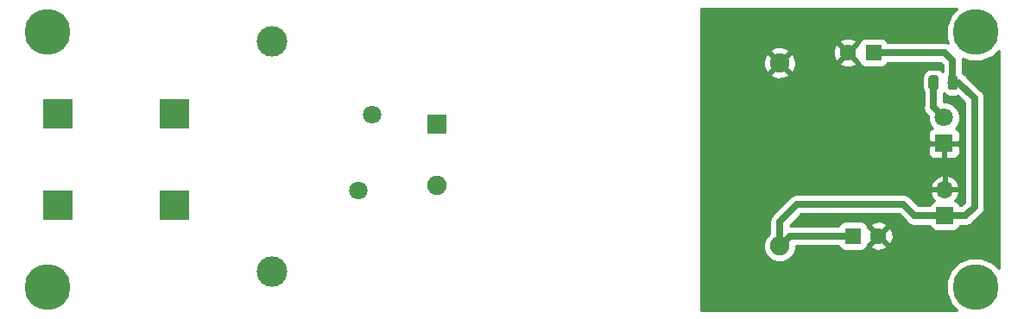
<source format=gbr>
G04 #@! TF.GenerationSoftware,KiCad,Pcbnew,(5.0.1)-3*
G04 #@! TF.CreationDate,2021-03-31T10:43:35+05:45*
G04 #@! TF.ProjectId,Power,506F7765722E6B696361645F70636200,rev?*
G04 #@! TF.SameCoordinates,Original*
G04 #@! TF.FileFunction,Copper,L1,Top,Signal*
G04 #@! TF.FilePolarity,Positive*
%FSLAX46Y46*%
G04 Gerber Fmt 4.6, Leading zero omitted, Abs format (unit mm)*
G04 Created by KiCad (PCBNEW (5.0.1)-3) date 3/31/2021 10:43:35 AM*
%MOMM*%
%LPD*%
G01*
G04 APERTURE LIST*
G04 #@! TA.AperFunction,WasherPad*
%ADD10C,4.500000*%
G04 #@! TD*
G04 #@! TA.AperFunction,ComponentPad*
%ADD11C,3.000000*%
G04 #@! TD*
G04 #@! TA.AperFunction,Conductor*
%ADD12C,0.100000*%
G04 #@! TD*
G04 #@! TA.AperFunction,SMDPad,CuDef*
%ADD13C,0.975000*%
G04 #@! TD*
G04 #@! TA.AperFunction,ComponentPad*
%ADD14R,1.700000X1.700000*%
G04 #@! TD*
G04 #@! TA.AperFunction,ComponentPad*
%ADD15O,1.700000X1.700000*%
G04 #@! TD*
G04 #@! TA.AperFunction,ComponentPad*
%ADD16R,1.800000X1.800000*%
G04 #@! TD*
G04 #@! TA.AperFunction,ComponentPad*
%ADD17C,1.800000*%
G04 #@! TD*
G04 #@! TA.AperFunction,ComponentPad*
%ADD18R,1.900000X1.900000*%
G04 #@! TD*
G04 #@! TA.AperFunction,ComponentPad*
%ADD19C,1.900000*%
G04 #@! TD*
G04 #@! TA.AperFunction,ComponentPad*
%ADD20R,3.000000X3.000000*%
G04 #@! TD*
G04 #@! TA.AperFunction,ComponentPad*
%ADD21C,1.600000*%
G04 #@! TD*
G04 #@! TA.AperFunction,ComponentPad*
%ADD22R,1.600000X1.600000*%
G04 #@! TD*
G04 #@! TA.AperFunction,Conductor*
%ADD23C,0.700000*%
G04 #@! TD*
G04 #@! TA.AperFunction,Conductor*
%ADD24C,0.254000*%
G04 #@! TD*
G04 APERTURE END LIST*
D10*
G04 #@! TO.P,MH2,*
G04 #@! TO.N,*
X148000000Y-68000000D03*
G04 #@! TD*
G04 #@! TO.P,MH2,*
G04 #@! TO.N,*
X239000000Y-68000000D03*
G04 #@! TD*
G04 #@! TO.P,MH2,*
G04 #@! TO.N,*
X239000000Y-43000000D03*
G04 #@! TD*
D11*
G04 #@! TO.P,F1,1*
G04 #@! TO.N,Net-(F1-Pad1)*
X170000000Y-66500000D03*
G04 #@! TO.P,F1,2*
G04 #@! TO.N,Net-(F1-Pad2)*
X170000000Y-43900000D03*
G04 #@! TD*
D12*
G04 #@! TO.N,Net-(D1-Pad2)*
G04 #@! TO.C,R1*
G36*
X235170142Y-47231174D02*
X235193803Y-47234684D01*
X235217007Y-47240496D01*
X235239529Y-47248554D01*
X235261153Y-47258782D01*
X235281670Y-47271079D01*
X235300883Y-47285329D01*
X235318607Y-47301393D01*
X235334671Y-47319117D01*
X235348921Y-47338330D01*
X235361218Y-47358847D01*
X235371446Y-47380471D01*
X235379504Y-47402993D01*
X235385316Y-47426197D01*
X235388826Y-47449858D01*
X235390000Y-47473750D01*
X235390000Y-48386250D01*
X235388826Y-48410142D01*
X235385316Y-48433803D01*
X235379504Y-48457007D01*
X235371446Y-48479529D01*
X235361218Y-48501153D01*
X235348921Y-48521670D01*
X235334671Y-48540883D01*
X235318607Y-48558607D01*
X235300883Y-48574671D01*
X235281670Y-48588921D01*
X235261153Y-48601218D01*
X235239529Y-48611446D01*
X235217007Y-48619504D01*
X235193803Y-48625316D01*
X235170142Y-48628826D01*
X235146250Y-48630000D01*
X234658750Y-48630000D01*
X234634858Y-48628826D01*
X234611197Y-48625316D01*
X234587993Y-48619504D01*
X234565471Y-48611446D01*
X234543847Y-48601218D01*
X234523330Y-48588921D01*
X234504117Y-48574671D01*
X234486393Y-48558607D01*
X234470329Y-48540883D01*
X234456079Y-48521670D01*
X234443782Y-48501153D01*
X234433554Y-48479529D01*
X234425496Y-48457007D01*
X234419684Y-48433803D01*
X234416174Y-48410142D01*
X234415000Y-48386250D01*
X234415000Y-47473750D01*
X234416174Y-47449858D01*
X234419684Y-47426197D01*
X234425496Y-47402993D01*
X234433554Y-47380471D01*
X234443782Y-47358847D01*
X234456079Y-47338330D01*
X234470329Y-47319117D01*
X234486393Y-47301393D01*
X234504117Y-47285329D01*
X234523330Y-47271079D01*
X234543847Y-47258782D01*
X234565471Y-47248554D01*
X234587993Y-47240496D01*
X234611197Y-47234684D01*
X234634858Y-47231174D01*
X234658750Y-47230000D01*
X235146250Y-47230000D01*
X235170142Y-47231174D01*
X235170142Y-47231174D01*
G37*
D13*
G04 #@! TD*
G04 #@! TO.P,R1,1*
G04 #@! TO.N,Net-(D1-Pad2)*
X234902500Y-47930000D03*
D12*
G04 #@! TO.N,5V*
G04 #@! TO.C,R1*
G36*
X237045142Y-47231174D02*
X237068803Y-47234684D01*
X237092007Y-47240496D01*
X237114529Y-47248554D01*
X237136153Y-47258782D01*
X237156670Y-47271079D01*
X237175883Y-47285329D01*
X237193607Y-47301393D01*
X237209671Y-47319117D01*
X237223921Y-47338330D01*
X237236218Y-47358847D01*
X237246446Y-47380471D01*
X237254504Y-47402993D01*
X237260316Y-47426197D01*
X237263826Y-47449858D01*
X237265000Y-47473750D01*
X237265000Y-48386250D01*
X237263826Y-48410142D01*
X237260316Y-48433803D01*
X237254504Y-48457007D01*
X237246446Y-48479529D01*
X237236218Y-48501153D01*
X237223921Y-48521670D01*
X237209671Y-48540883D01*
X237193607Y-48558607D01*
X237175883Y-48574671D01*
X237156670Y-48588921D01*
X237136153Y-48601218D01*
X237114529Y-48611446D01*
X237092007Y-48619504D01*
X237068803Y-48625316D01*
X237045142Y-48628826D01*
X237021250Y-48630000D01*
X236533750Y-48630000D01*
X236509858Y-48628826D01*
X236486197Y-48625316D01*
X236462993Y-48619504D01*
X236440471Y-48611446D01*
X236418847Y-48601218D01*
X236398330Y-48588921D01*
X236379117Y-48574671D01*
X236361393Y-48558607D01*
X236345329Y-48540883D01*
X236331079Y-48521670D01*
X236318782Y-48501153D01*
X236308554Y-48479529D01*
X236300496Y-48457007D01*
X236294684Y-48433803D01*
X236291174Y-48410142D01*
X236290000Y-48386250D01*
X236290000Y-47473750D01*
X236291174Y-47449858D01*
X236294684Y-47426197D01*
X236300496Y-47402993D01*
X236308554Y-47380471D01*
X236318782Y-47358847D01*
X236331079Y-47338330D01*
X236345329Y-47319117D01*
X236361393Y-47301393D01*
X236379117Y-47285329D01*
X236398330Y-47271079D01*
X236418847Y-47258782D01*
X236440471Y-47248554D01*
X236462993Y-47240496D01*
X236486197Y-47234684D01*
X236509858Y-47231174D01*
X236533750Y-47230000D01*
X237021250Y-47230000D01*
X237045142Y-47231174D01*
X237045142Y-47231174D01*
G37*
D13*
G04 #@! TD*
G04 #@! TO.P,R1,2*
G04 #@! TO.N,5V*
X236777500Y-47930000D03*
D14*
G04 #@! TO.P,J1,1*
G04 #@! TO.N,5V*
X236000000Y-61000000D03*
D15*
G04 #@! TO.P,J1,2*
G04 #@! TO.N,GND*
X236000000Y-58460000D03*
G04 #@! TD*
D16*
G04 #@! TO.P,D1,1*
G04 #@! TO.N,GND*
X235930000Y-53920000D03*
D17*
G04 #@! TO.P,D1,2*
G04 #@! TO.N,Net-(D1-Pad2)*
X235930000Y-51380000D03*
G04 #@! TD*
D10*
G04 #@! TO.P,MH1,*
G04 #@! TO.N,*
X148000000Y-43000000D03*
G04 #@! TD*
D18*
G04 #@! TO.P,PS1,1*
G04 #@! TO.N,Net-(J2-Pad1)*
X186200000Y-52000000D03*
D19*
G04 #@! TO.P,PS1,2*
G04 #@! TO.N,Net-(F1-Pad1)*
X186200000Y-58000000D03*
G04 #@! TO.P,PS1,3*
G04 #@! TO.N,GND*
X219800000Y-46000000D03*
G04 #@! TO.P,PS1,4*
G04 #@! TO.N,5V*
X219800000Y-64000000D03*
G04 #@! TD*
D20*
G04 #@! TO.P,J2,1*
G04 #@! TO.N,Net-(J2-Pad1)*
X149000000Y-60000000D03*
G04 #@! TO.P,J2,2*
G04 #@! TO.N,Net-(F1-Pad2)*
X149000000Y-51000000D03*
G04 #@! TO.P,J2,1*
G04 #@! TO.N,Net-(J2-Pad1)*
X160500000Y-60000000D03*
G04 #@! TO.P,J2,2*
G04 #@! TO.N,Net-(F1-Pad2)*
X160500000Y-51000000D03*
G04 #@! TD*
D17*
G04 #@! TO.P,RV1,1*
G04 #@! TO.N,Net-(F1-Pad1)*
X178480000Y-58590000D03*
G04 #@! TO.P,RV1,2*
G04 #@! TO.N,Net-(J2-Pad1)*
X179880000Y-51090000D03*
G04 #@! TD*
D21*
G04 #@! TO.P,C3,2*
G04 #@! TO.N,GND*
X229500000Y-63000000D03*
D22*
G04 #@! TO.P,C3,1*
G04 #@! TO.N,5V*
X227000000Y-63000000D03*
G04 #@! TD*
G04 #@! TO.P,C4,1*
G04 #@! TO.N,5V*
X229000000Y-45000000D03*
D21*
G04 #@! TO.P,C4,2*
G04 #@! TO.N,GND*
X226500000Y-45000000D03*
G04 #@! TD*
D23*
G04 #@! TO.N,5V*
X229000000Y-45000000D02*
X236000000Y-45000000D01*
X236777500Y-45777500D02*
X236000000Y-45000000D01*
X236777500Y-47930000D02*
X236777500Y-45777500D01*
X237365000Y-47930000D02*
X238910000Y-49475000D01*
X236777500Y-47930000D02*
X237365000Y-47930000D01*
X238910000Y-49475000D02*
X238910000Y-60120000D01*
X238030000Y-61000000D02*
X236000000Y-61000000D01*
X238910000Y-60120000D02*
X238030000Y-61000000D01*
X220800000Y-63000000D02*
X219800000Y-64000000D01*
X227000000Y-63000000D02*
X220800000Y-63000000D01*
X219800000Y-64000000D02*
X219800000Y-61600000D01*
X219800000Y-61600000D02*
X221510000Y-59890000D01*
X221510000Y-59890000D02*
X231890000Y-59890000D01*
X233000000Y-61000000D02*
X236000000Y-61000000D01*
X231890000Y-59890000D02*
X233000000Y-61000000D01*
G04 #@! TO.N,Net-(D1-Pad2)*
X234902500Y-50352500D02*
X235930000Y-51380000D01*
X234902500Y-47930000D02*
X234902500Y-50352500D01*
G04 #@! TD*
D24*
G04 #@! TO.N,GND*
G36*
X236554216Y-41365779D02*
X236115000Y-42426138D01*
X236115000Y-43573862D01*
X236315748Y-44058510D01*
X236097012Y-44015000D01*
X236097008Y-44015000D01*
X236000000Y-43995704D01*
X235902992Y-44015000D01*
X230410642Y-44015000D01*
X230398157Y-43952235D01*
X230257809Y-43742191D01*
X230047765Y-43601843D01*
X229800000Y-43552560D01*
X228200000Y-43552560D01*
X227952235Y-43601843D01*
X227742191Y-43742191D01*
X227601843Y-43952235D01*
X227555307Y-44186187D01*
X227507745Y-44171861D01*
X226679605Y-45000000D01*
X227507745Y-45828139D01*
X227555307Y-45813813D01*
X227601843Y-46047765D01*
X227742191Y-46257809D01*
X227952235Y-46398157D01*
X228200000Y-46447440D01*
X229800000Y-46447440D01*
X230047765Y-46398157D01*
X230257809Y-46257809D01*
X230398157Y-46047765D01*
X230410642Y-45985000D01*
X235592000Y-45985000D01*
X235792501Y-46185501D01*
X235792500Y-46867656D01*
X235776416Y-46843584D01*
X235487294Y-46650398D01*
X235146250Y-46582560D01*
X234658750Y-46582560D01*
X234317706Y-46650398D01*
X234028584Y-46843584D01*
X233835398Y-47132706D01*
X233767560Y-47473750D01*
X233767560Y-48386250D01*
X233835398Y-48727294D01*
X233917500Y-48850168D01*
X233917501Y-50255487D01*
X233898204Y-50352500D01*
X233974651Y-50736827D01*
X234137402Y-50980402D01*
X234137405Y-50980405D01*
X234192356Y-51062645D01*
X234274596Y-51117596D01*
X234395000Y-51238000D01*
X234395000Y-51685330D01*
X234628690Y-52249507D01*
X234805044Y-52425861D01*
X234670301Y-52481673D01*
X234491673Y-52660302D01*
X234395000Y-52893691D01*
X234395000Y-53634250D01*
X234553750Y-53793000D01*
X235803000Y-53793000D01*
X235803000Y-53773000D01*
X236057000Y-53773000D01*
X236057000Y-53793000D01*
X237306250Y-53793000D01*
X237465000Y-53634250D01*
X237465000Y-52893691D01*
X237368327Y-52660302D01*
X237189699Y-52481673D01*
X237054956Y-52425861D01*
X237231310Y-52249507D01*
X237465000Y-51685330D01*
X237465000Y-51074670D01*
X237231310Y-50510493D01*
X236799507Y-50078690D01*
X236235330Y-49845000D01*
X235887500Y-49845000D01*
X235887500Y-48992345D01*
X235903584Y-49016416D01*
X236192706Y-49209602D01*
X236533750Y-49277440D01*
X237021250Y-49277440D01*
X237269967Y-49227967D01*
X237925000Y-49883001D01*
X237925001Y-59711998D01*
X237622000Y-60015000D01*
X237470587Y-60015000D01*
X237448157Y-59902235D01*
X237307809Y-59692191D01*
X237097765Y-59551843D01*
X236994292Y-59531261D01*
X237271645Y-59226924D01*
X237441476Y-58816890D01*
X237320155Y-58587000D01*
X236127000Y-58587000D01*
X236127000Y-58607000D01*
X235873000Y-58607000D01*
X235873000Y-58587000D01*
X234679845Y-58587000D01*
X234558524Y-58816890D01*
X234728355Y-59226924D01*
X235005708Y-59531261D01*
X234902235Y-59551843D01*
X234692191Y-59692191D01*
X234551843Y-59902235D01*
X234529413Y-60015000D01*
X233408000Y-60015000D01*
X232655098Y-59262098D01*
X232600145Y-59179855D01*
X232274328Y-58962151D01*
X231987012Y-58905000D01*
X231987008Y-58905000D01*
X231890000Y-58885704D01*
X231792992Y-58905000D01*
X221607007Y-58905000D01*
X221509999Y-58885704D01*
X221412991Y-58905000D01*
X221412988Y-58905000D01*
X221125672Y-58962151D01*
X220799855Y-59179855D01*
X220744902Y-59262098D01*
X219172096Y-60834904D01*
X219089856Y-60889855D01*
X219034905Y-60972095D01*
X219034902Y-60972098D01*
X218872151Y-61215673D01*
X218795704Y-61600000D01*
X218815001Y-61697013D01*
X218815001Y-62743471D01*
X218456302Y-63102170D01*
X218215000Y-63684724D01*
X218215000Y-64315276D01*
X218456302Y-64897830D01*
X218902170Y-65343698D01*
X219484724Y-65585000D01*
X220115276Y-65585000D01*
X220697830Y-65343698D01*
X221143698Y-64897830D01*
X221385000Y-64315276D01*
X221385000Y-63985000D01*
X225589358Y-63985000D01*
X225601843Y-64047765D01*
X225742191Y-64257809D01*
X225952235Y-64398157D01*
X226200000Y-64447440D01*
X227800000Y-64447440D01*
X228047765Y-64398157D01*
X228257809Y-64257809D01*
X228398157Y-64047765D01*
X228406117Y-64007745D01*
X228671861Y-64007745D01*
X228745995Y-64253864D01*
X229283223Y-64446965D01*
X229853454Y-64419778D01*
X230254005Y-64253864D01*
X230328139Y-64007745D01*
X229500000Y-63179605D01*
X228671861Y-64007745D01*
X228406117Y-64007745D01*
X228444693Y-63813813D01*
X228492255Y-63828139D01*
X229320395Y-63000000D01*
X229679605Y-63000000D01*
X230507745Y-63828139D01*
X230753864Y-63754005D01*
X230946965Y-63216777D01*
X230919778Y-62646546D01*
X230753864Y-62245995D01*
X230507745Y-62171861D01*
X229679605Y-63000000D01*
X229320395Y-63000000D01*
X228492255Y-62171861D01*
X228444693Y-62186187D01*
X228406118Y-61992255D01*
X228671861Y-61992255D01*
X229500000Y-62820395D01*
X230328139Y-61992255D01*
X230254005Y-61746136D01*
X229716777Y-61553035D01*
X229146546Y-61580222D01*
X228745995Y-61746136D01*
X228671861Y-61992255D01*
X228406118Y-61992255D01*
X228398157Y-61952235D01*
X228257809Y-61742191D01*
X228047765Y-61601843D01*
X227800000Y-61552560D01*
X226200000Y-61552560D01*
X225952235Y-61601843D01*
X225742191Y-61742191D01*
X225601843Y-61952235D01*
X225589358Y-62015000D01*
X220897008Y-62015000D01*
X220800000Y-61995704D01*
X220796625Y-61996375D01*
X221918000Y-60875000D01*
X231482000Y-60875000D01*
X232234902Y-61627902D01*
X232289855Y-61710145D01*
X232615672Y-61927849D01*
X232902988Y-61985000D01*
X232902991Y-61985000D01*
X232999999Y-62004296D01*
X233097007Y-61985000D01*
X234529413Y-61985000D01*
X234551843Y-62097765D01*
X234692191Y-62307809D01*
X234902235Y-62448157D01*
X235150000Y-62497440D01*
X236850000Y-62497440D01*
X237097765Y-62448157D01*
X237307809Y-62307809D01*
X237448157Y-62097765D01*
X237470587Y-61985000D01*
X237932992Y-61985000D01*
X238030000Y-62004296D01*
X238127008Y-61985000D01*
X238127012Y-61985000D01*
X238414328Y-61927849D01*
X238740145Y-61710145D01*
X238795098Y-61627902D01*
X239537905Y-60885096D01*
X239620145Y-60830145D01*
X239675096Y-60747905D01*
X239675098Y-60747903D01*
X239837849Y-60504328D01*
X239864151Y-60372098D01*
X239895000Y-60217012D01*
X239895000Y-60217008D01*
X239914296Y-60120000D01*
X239895000Y-60022992D01*
X239895000Y-49572008D01*
X239914296Y-49475000D01*
X239895000Y-49377992D01*
X239895000Y-49377988D01*
X239837849Y-49090672D01*
X239682282Y-48857849D01*
X239675098Y-48847097D01*
X239675096Y-48847095D01*
X239620145Y-48764855D01*
X239537905Y-48709904D01*
X238130098Y-47302098D01*
X238075145Y-47219855D01*
X237763852Y-47011856D01*
X237762500Y-47009832D01*
X237762500Y-45874507D01*
X237781796Y-45777499D01*
X237762500Y-45680491D01*
X237762500Y-45680488D01*
X237747244Y-45603792D01*
X238426138Y-45885000D01*
X239573862Y-45885000D01*
X240634221Y-45445784D01*
X241290000Y-44790005D01*
X241290001Y-66209996D01*
X240634221Y-65554216D01*
X239573862Y-65115000D01*
X238426138Y-65115000D01*
X237365779Y-65554216D01*
X236554216Y-66365779D01*
X236115000Y-67426138D01*
X236115000Y-68573862D01*
X236554216Y-69634221D01*
X237209995Y-70290000D01*
X212127000Y-70290000D01*
X212127000Y-58103110D01*
X234558524Y-58103110D01*
X234679845Y-58333000D01*
X235873000Y-58333000D01*
X235873000Y-57139181D01*
X236127000Y-57139181D01*
X236127000Y-58333000D01*
X237320155Y-58333000D01*
X237441476Y-58103110D01*
X237271645Y-57693076D01*
X236881358Y-57264817D01*
X236356892Y-57018514D01*
X236127000Y-57139181D01*
X235873000Y-57139181D01*
X235643108Y-57018514D01*
X235118642Y-57264817D01*
X234728355Y-57693076D01*
X234558524Y-58103110D01*
X212127000Y-58103110D01*
X212127000Y-54205750D01*
X234395000Y-54205750D01*
X234395000Y-54946309D01*
X234491673Y-55179698D01*
X234670301Y-55358327D01*
X234903690Y-55455000D01*
X235644250Y-55455000D01*
X235803000Y-55296250D01*
X235803000Y-54047000D01*
X236057000Y-54047000D01*
X236057000Y-55296250D01*
X236215750Y-55455000D01*
X236956310Y-55455000D01*
X237189699Y-55358327D01*
X237368327Y-55179698D01*
X237465000Y-54946309D01*
X237465000Y-54205750D01*
X237306250Y-54047000D01*
X236057000Y-54047000D01*
X235803000Y-54047000D01*
X234553750Y-54047000D01*
X234395000Y-54205750D01*
X212127000Y-54205750D01*
X212127000Y-47116350D01*
X218863255Y-47116350D01*
X218955792Y-47378019D01*
X219547398Y-47596188D01*
X220177461Y-47571352D01*
X220644208Y-47378019D01*
X220736745Y-47116350D01*
X219800000Y-46179605D01*
X218863255Y-47116350D01*
X212127000Y-47116350D01*
X212127000Y-45747398D01*
X218203812Y-45747398D01*
X218228648Y-46377461D01*
X218421981Y-46844208D01*
X218683650Y-46936745D01*
X219620395Y-46000000D01*
X219979605Y-46000000D01*
X220916350Y-46936745D01*
X221178019Y-46844208D01*
X221396188Y-46252602D01*
X221386537Y-46007745D01*
X225671861Y-46007745D01*
X225745995Y-46253864D01*
X226283223Y-46446965D01*
X226853454Y-46419778D01*
X227254005Y-46253864D01*
X227328139Y-46007745D01*
X226500000Y-45179605D01*
X225671861Y-46007745D01*
X221386537Y-46007745D01*
X221371352Y-45622539D01*
X221178019Y-45155792D01*
X220916350Y-45063255D01*
X219979605Y-46000000D01*
X219620395Y-46000000D01*
X218683650Y-45063255D01*
X218421981Y-45155792D01*
X218203812Y-45747398D01*
X212127000Y-45747398D01*
X212127000Y-44883650D01*
X218863255Y-44883650D01*
X219800000Y-45820395D01*
X220736745Y-44883650D01*
X220701230Y-44783223D01*
X225053035Y-44783223D01*
X225080222Y-45353454D01*
X225246136Y-45754005D01*
X225492255Y-45828139D01*
X226320395Y-45000000D01*
X225492255Y-44171861D01*
X225246136Y-44245995D01*
X225053035Y-44783223D01*
X220701230Y-44783223D01*
X220644208Y-44621981D01*
X220052602Y-44403812D01*
X219422539Y-44428648D01*
X218955792Y-44621981D01*
X218863255Y-44883650D01*
X212127000Y-44883650D01*
X212127000Y-43992255D01*
X225671861Y-43992255D01*
X226500000Y-44820395D01*
X227328139Y-43992255D01*
X227254005Y-43746136D01*
X226716777Y-43553035D01*
X226146546Y-43580222D01*
X225745995Y-43746136D01*
X225671861Y-43992255D01*
X212127000Y-43992255D01*
X212127000Y-40710000D01*
X237209995Y-40710000D01*
X236554216Y-41365779D01*
X236554216Y-41365779D01*
G37*
X236554216Y-41365779D02*
X236115000Y-42426138D01*
X236115000Y-43573862D01*
X236315748Y-44058510D01*
X236097012Y-44015000D01*
X236097008Y-44015000D01*
X236000000Y-43995704D01*
X235902992Y-44015000D01*
X230410642Y-44015000D01*
X230398157Y-43952235D01*
X230257809Y-43742191D01*
X230047765Y-43601843D01*
X229800000Y-43552560D01*
X228200000Y-43552560D01*
X227952235Y-43601843D01*
X227742191Y-43742191D01*
X227601843Y-43952235D01*
X227555307Y-44186187D01*
X227507745Y-44171861D01*
X226679605Y-45000000D01*
X227507745Y-45828139D01*
X227555307Y-45813813D01*
X227601843Y-46047765D01*
X227742191Y-46257809D01*
X227952235Y-46398157D01*
X228200000Y-46447440D01*
X229800000Y-46447440D01*
X230047765Y-46398157D01*
X230257809Y-46257809D01*
X230398157Y-46047765D01*
X230410642Y-45985000D01*
X235592000Y-45985000D01*
X235792501Y-46185501D01*
X235792500Y-46867656D01*
X235776416Y-46843584D01*
X235487294Y-46650398D01*
X235146250Y-46582560D01*
X234658750Y-46582560D01*
X234317706Y-46650398D01*
X234028584Y-46843584D01*
X233835398Y-47132706D01*
X233767560Y-47473750D01*
X233767560Y-48386250D01*
X233835398Y-48727294D01*
X233917500Y-48850168D01*
X233917501Y-50255487D01*
X233898204Y-50352500D01*
X233974651Y-50736827D01*
X234137402Y-50980402D01*
X234137405Y-50980405D01*
X234192356Y-51062645D01*
X234274596Y-51117596D01*
X234395000Y-51238000D01*
X234395000Y-51685330D01*
X234628690Y-52249507D01*
X234805044Y-52425861D01*
X234670301Y-52481673D01*
X234491673Y-52660302D01*
X234395000Y-52893691D01*
X234395000Y-53634250D01*
X234553750Y-53793000D01*
X235803000Y-53793000D01*
X235803000Y-53773000D01*
X236057000Y-53773000D01*
X236057000Y-53793000D01*
X237306250Y-53793000D01*
X237465000Y-53634250D01*
X237465000Y-52893691D01*
X237368327Y-52660302D01*
X237189699Y-52481673D01*
X237054956Y-52425861D01*
X237231310Y-52249507D01*
X237465000Y-51685330D01*
X237465000Y-51074670D01*
X237231310Y-50510493D01*
X236799507Y-50078690D01*
X236235330Y-49845000D01*
X235887500Y-49845000D01*
X235887500Y-48992345D01*
X235903584Y-49016416D01*
X236192706Y-49209602D01*
X236533750Y-49277440D01*
X237021250Y-49277440D01*
X237269967Y-49227967D01*
X237925000Y-49883001D01*
X237925001Y-59711998D01*
X237622000Y-60015000D01*
X237470587Y-60015000D01*
X237448157Y-59902235D01*
X237307809Y-59692191D01*
X237097765Y-59551843D01*
X236994292Y-59531261D01*
X237271645Y-59226924D01*
X237441476Y-58816890D01*
X237320155Y-58587000D01*
X236127000Y-58587000D01*
X236127000Y-58607000D01*
X235873000Y-58607000D01*
X235873000Y-58587000D01*
X234679845Y-58587000D01*
X234558524Y-58816890D01*
X234728355Y-59226924D01*
X235005708Y-59531261D01*
X234902235Y-59551843D01*
X234692191Y-59692191D01*
X234551843Y-59902235D01*
X234529413Y-60015000D01*
X233408000Y-60015000D01*
X232655098Y-59262098D01*
X232600145Y-59179855D01*
X232274328Y-58962151D01*
X231987012Y-58905000D01*
X231987008Y-58905000D01*
X231890000Y-58885704D01*
X231792992Y-58905000D01*
X221607007Y-58905000D01*
X221509999Y-58885704D01*
X221412991Y-58905000D01*
X221412988Y-58905000D01*
X221125672Y-58962151D01*
X220799855Y-59179855D01*
X220744902Y-59262098D01*
X219172096Y-60834904D01*
X219089856Y-60889855D01*
X219034905Y-60972095D01*
X219034902Y-60972098D01*
X218872151Y-61215673D01*
X218795704Y-61600000D01*
X218815001Y-61697013D01*
X218815001Y-62743471D01*
X218456302Y-63102170D01*
X218215000Y-63684724D01*
X218215000Y-64315276D01*
X218456302Y-64897830D01*
X218902170Y-65343698D01*
X219484724Y-65585000D01*
X220115276Y-65585000D01*
X220697830Y-65343698D01*
X221143698Y-64897830D01*
X221385000Y-64315276D01*
X221385000Y-63985000D01*
X225589358Y-63985000D01*
X225601843Y-64047765D01*
X225742191Y-64257809D01*
X225952235Y-64398157D01*
X226200000Y-64447440D01*
X227800000Y-64447440D01*
X228047765Y-64398157D01*
X228257809Y-64257809D01*
X228398157Y-64047765D01*
X228406117Y-64007745D01*
X228671861Y-64007745D01*
X228745995Y-64253864D01*
X229283223Y-64446965D01*
X229853454Y-64419778D01*
X230254005Y-64253864D01*
X230328139Y-64007745D01*
X229500000Y-63179605D01*
X228671861Y-64007745D01*
X228406117Y-64007745D01*
X228444693Y-63813813D01*
X228492255Y-63828139D01*
X229320395Y-63000000D01*
X229679605Y-63000000D01*
X230507745Y-63828139D01*
X230753864Y-63754005D01*
X230946965Y-63216777D01*
X230919778Y-62646546D01*
X230753864Y-62245995D01*
X230507745Y-62171861D01*
X229679605Y-63000000D01*
X229320395Y-63000000D01*
X228492255Y-62171861D01*
X228444693Y-62186187D01*
X228406118Y-61992255D01*
X228671861Y-61992255D01*
X229500000Y-62820395D01*
X230328139Y-61992255D01*
X230254005Y-61746136D01*
X229716777Y-61553035D01*
X229146546Y-61580222D01*
X228745995Y-61746136D01*
X228671861Y-61992255D01*
X228406118Y-61992255D01*
X228398157Y-61952235D01*
X228257809Y-61742191D01*
X228047765Y-61601843D01*
X227800000Y-61552560D01*
X226200000Y-61552560D01*
X225952235Y-61601843D01*
X225742191Y-61742191D01*
X225601843Y-61952235D01*
X225589358Y-62015000D01*
X220897008Y-62015000D01*
X220800000Y-61995704D01*
X220796625Y-61996375D01*
X221918000Y-60875000D01*
X231482000Y-60875000D01*
X232234902Y-61627902D01*
X232289855Y-61710145D01*
X232615672Y-61927849D01*
X232902988Y-61985000D01*
X232902991Y-61985000D01*
X232999999Y-62004296D01*
X233097007Y-61985000D01*
X234529413Y-61985000D01*
X234551843Y-62097765D01*
X234692191Y-62307809D01*
X234902235Y-62448157D01*
X235150000Y-62497440D01*
X236850000Y-62497440D01*
X237097765Y-62448157D01*
X237307809Y-62307809D01*
X237448157Y-62097765D01*
X237470587Y-61985000D01*
X237932992Y-61985000D01*
X238030000Y-62004296D01*
X238127008Y-61985000D01*
X238127012Y-61985000D01*
X238414328Y-61927849D01*
X238740145Y-61710145D01*
X238795098Y-61627902D01*
X239537905Y-60885096D01*
X239620145Y-60830145D01*
X239675096Y-60747905D01*
X239675098Y-60747903D01*
X239837849Y-60504328D01*
X239864151Y-60372098D01*
X239895000Y-60217012D01*
X239895000Y-60217008D01*
X239914296Y-60120000D01*
X239895000Y-60022992D01*
X239895000Y-49572008D01*
X239914296Y-49475000D01*
X239895000Y-49377992D01*
X239895000Y-49377988D01*
X239837849Y-49090672D01*
X239682282Y-48857849D01*
X239675098Y-48847097D01*
X239675096Y-48847095D01*
X239620145Y-48764855D01*
X239537905Y-48709904D01*
X238130098Y-47302098D01*
X238075145Y-47219855D01*
X237763852Y-47011856D01*
X237762500Y-47009832D01*
X237762500Y-45874507D01*
X237781796Y-45777499D01*
X237762500Y-45680491D01*
X237762500Y-45680488D01*
X237747244Y-45603792D01*
X238426138Y-45885000D01*
X239573862Y-45885000D01*
X240634221Y-45445784D01*
X241290000Y-44790005D01*
X241290001Y-66209996D01*
X240634221Y-65554216D01*
X239573862Y-65115000D01*
X238426138Y-65115000D01*
X237365779Y-65554216D01*
X236554216Y-66365779D01*
X236115000Y-67426138D01*
X236115000Y-68573862D01*
X236554216Y-69634221D01*
X237209995Y-70290000D01*
X212127000Y-70290000D01*
X212127000Y-58103110D01*
X234558524Y-58103110D01*
X234679845Y-58333000D01*
X235873000Y-58333000D01*
X235873000Y-57139181D01*
X236127000Y-57139181D01*
X236127000Y-58333000D01*
X237320155Y-58333000D01*
X237441476Y-58103110D01*
X237271645Y-57693076D01*
X236881358Y-57264817D01*
X236356892Y-57018514D01*
X236127000Y-57139181D01*
X235873000Y-57139181D01*
X235643108Y-57018514D01*
X235118642Y-57264817D01*
X234728355Y-57693076D01*
X234558524Y-58103110D01*
X212127000Y-58103110D01*
X212127000Y-54205750D01*
X234395000Y-54205750D01*
X234395000Y-54946309D01*
X234491673Y-55179698D01*
X234670301Y-55358327D01*
X234903690Y-55455000D01*
X235644250Y-55455000D01*
X235803000Y-55296250D01*
X235803000Y-54047000D01*
X236057000Y-54047000D01*
X236057000Y-55296250D01*
X236215750Y-55455000D01*
X236956310Y-55455000D01*
X237189699Y-55358327D01*
X237368327Y-55179698D01*
X237465000Y-54946309D01*
X237465000Y-54205750D01*
X237306250Y-54047000D01*
X236057000Y-54047000D01*
X235803000Y-54047000D01*
X234553750Y-54047000D01*
X234395000Y-54205750D01*
X212127000Y-54205750D01*
X212127000Y-47116350D01*
X218863255Y-47116350D01*
X218955792Y-47378019D01*
X219547398Y-47596188D01*
X220177461Y-47571352D01*
X220644208Y-47378019D01*
X220736745Y-47116350D01*
X219800000Y-46179605D01*
X218863255Y-47116350D01*
X212127000Y-47116350D01*
X212127000Y-45747398D01*
X218203812Y-45747398D01*
X218228648Y-46377461D01*
X218421981Y-46844208D01*
X218683650Y-46936745D01*
X219620395Y-46000000D01*
X219979605Y-46000000D01*
X220916350Y-46936745D01*
X221178019Y-46844208D01*
X221396188Y-46252602D01*
X221386537Y-46007745D01*
X225671861Y-46007745D01*
X225745995Y-46253864D01*
X226283223Y-46446965D01*
X226853454Y-46419778D01*
X227254005Y-46253864D01*
X227328139Y-46007745D01*
X226500000Y-45179605D01*
X225671861Y-46007745D01*
X221386537Y-46007745D01*
X221371352Y-45622539D01*
X221178019Y-45155792D01*
X220916350Y-45063255D01*
X219979605Y-46000000D01*
X219620395Y-46000000D01*
X218683650Y-45063255D01*
X218421981Y-45155792D01*
X218203812Y-45747398D01*
X212127000Y-45747398D01*
X212127000Y-44883650D01*
X218863255Y-44883650D01*
X219800000Y-45820395D01*
X220736745Y-44883650D01*
X220701230Y-44783223D01*
X225053035Y-44783223D01*
X225080222Y-45353454D01*
X225246136Y-45754005D01*
X225492255Y-45828139D01*
X226320395Y-45000000D01*
X225492255Y-44171861D01*
X225246136Y-44245995D01*
X225053035Y-44783223D01*
X220701230Y-44783223D01*
X220644208Y-44621981D01*
X220052602Y-44403812D01*
X219422539Y-44428648D01*
X218955792Y-44621981D01*
X218863255Y-44883650D01*
X212127000Y-44883650D01*
X212127000Y-43992255D01*
X225671861Y-43992255D01*
X226500000Y-44820395D01*
X227328139Y-43992255D01*
X227254005Y-43746136D01*
X226716777Y-43553035D01*
X226146546Y-43580222D01*
X225745995Y-43746136D01*
X225671861Y-43992255D01*
X212127000Y-43992255D01*
X212127000Y-40710000D01*
X237209995Y-40710000D01*
X236554216Y-41365779D01*
G04 #@! TD*
M02*

</source>
